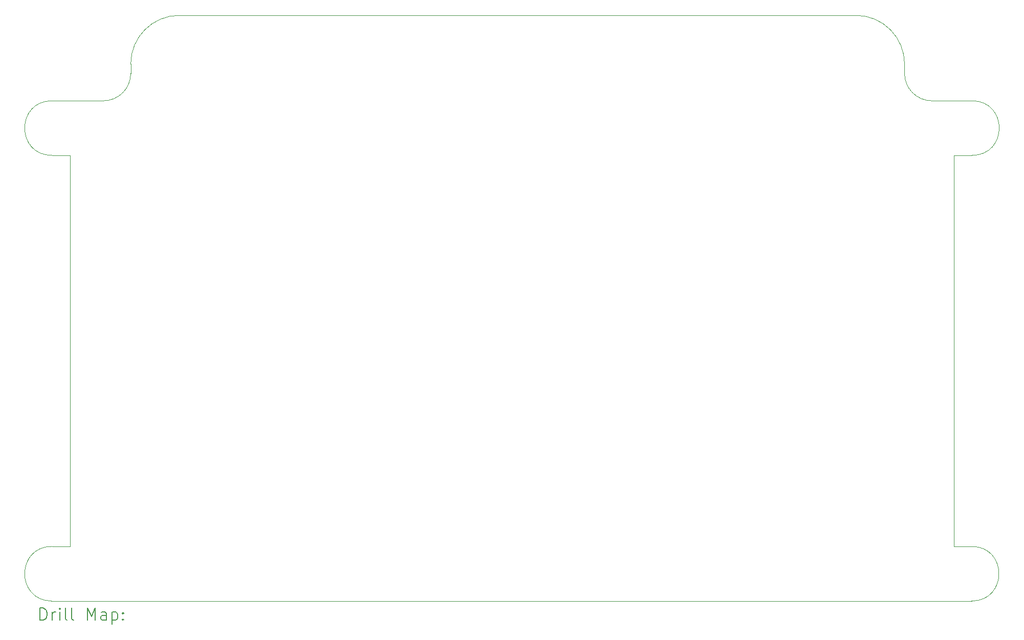
<source format=gbr>
%TF.GenerationSoftware,KiCad,Pcbnew,8.0.7*%
%TF.CreationDate,2024-12-10T19:07:20+08:00*%
%TF.ProjectId,RangkaianOpAmp,52616e67-6b61-4696-916e-4f70416d702e,rev?*%
%TF.SameCoordinates,Original*%
%TF.FileFunction,Drillmap*%
%TF.FilePolarity,Positive*%
%FSLAX45Y45*%
G04 Gerber Fmt 4.5, Leading zero omitted, Abs format (unit mm)*
G04 Created by KiCad (PCBNEW 8.0.7) date 2024-12-10 19:07:20*
%MOMM*%
%LPD*%
G01*
G04 APERTURE LIST*
%ADD10C,0.100000*%
%ADD11C,0.200000*%
G04 APERTURE END LIST*
D10*
X23835360Y-12694806D02*
X23535360Y-12694806D01*
X23830280Y-6218034D02*
X23530280Y-6218034D01*
X8602980Y-6217920D02*
X8902980Y-6217920D01*
X8602980Y-12694806D02*
X8902980Y-12694806D01*
X9453880Y-5313680D02*
X8602980Y-5313680D01*
X21910040Y-3898900D02*
X10711180Y-3898900D01*
X23840440Y-5313680D02*
X23167340Y-5313680D01*
X21910040Y-3898900D02*
G75*
G02*
X22715220Y-4704080I0J-805180D01*
G01*
X23167340Y-5313680D02*
G75*
G02*
X22715220Y-4861560I0J452120D01*
G01*
X22715220Y-4704080D02*
X22715220Y-4861560D01*
X9906000Y-4704080D02*
X9906000Y-4861560D01*
X9906000Y-4861560D02*
G75*
G02*
X9453880Y-5313680I-452120J0D01*
G01*
X9906000Y-4704080D02*
G75*
G02*
X10711180Y-3898900I805180J0D01*
G01*
X8902980Y-12694806D02*
X8902980Y-6217920D01*
X8592820Y-13599160D02*
X23825200Y-13599160D01*
X23535360Y-12694806D02*
X23530280Y-6218034D01*
X8592820Y-13599160D02*
G75*
G02*
X8602980Y-12694806I10160J452120D01*
G01*
X23835360Y-12694806D02*
G75*
G02*
X23825200Y-13599160I-10160J-452120D01*
G01*
X23840440Y-5313680D02*
G75*
G02*
X23830280Y-6218034I-10160J-452120D01*
G01*
X8602980Y-6217920D02*
G75*
G02*
X8602980Y-5313680I0J452120D01*
G01*
D11*
X8406523Y-13915644D02*
X8406523Y-13715644D01*
X8406523Y-13715644D02*
X8454142Y-13715644D01*
X8454142Y-13715644D02*
X8482713Y-13725168D01*
X8482713Y-13725168D02*
X8501761Y-13744215D01*
X8501761Y-13744215D02*
X8511285Y-13763263D01*
X8511285Y-13763263D02*
X8520808Y-13801358D01*
X8520808Y-13801358D02*
X8520808Y-13829929D01*
X8520808Y-13829929D02*
X8511285Y-13868025D01*
X8511285Y-13868025D02*
X8501761Y-13887072D01*
X8501761Y-13887072D02*
X8482713Y-13906120D01*
X8482713Y-13906120D02*
X8454142Y-13915644D01*
X8454142Y-13915644D02*
X8406523Y-13915644D01*
X8606523Y-13915644D02*
X8606523Y-13782310D01*
X8606523Y-13820406D02*
X8616047Y-13801358D01*
X8616047Y-13801358D02*
X8625570Y-13791834D01*
X8625570Y-13791834D02*
X8644618Y-13782310D01*
X8644618Y-13782310D02*
X8663666Y-13782310D01*
X8730332Y-13915644D02*
X8730332Y-13782310D01*
X8730332Y-13715644D02*
X8720808Y-13725168D01*
X8720808Y-13725168D02*
X8730332Y-13734691D01*
X8730332Y-13734691D02*
X8739856Y-13725168D01*
X8739856Y-13725168D02*
X8730332Y-13715644D01*
X8730332Y-13715644D02*
X8730332Y-13734691D01*
X8854142Y-13915644D02*
X8835094Y-13906120D01*
X8835094Y-13906120D02*
X8825570Y-13887072D01*
X8825570Y-13887072D02*
X8825570Y-13715644D01*
X8958904Y-13915644D02*
X8939856Y-13906120D01*
X8939856Y-13906120D02*
X8930332Y-13887072D01*
X8930332Y-13887072D02*
X8930332Y-13715644D01*
X9187475Y-13915644D02*
X9187475Y-13715644D01*
X9187475Y-13715644D02*
X9254142Y-13858501D01*
X9254142Y-13858501D02*
X9320808Y-13715644D01*
X9320808Y-13715644D02*
X9320808Y-13915644D01*
X9501761Y-13915644D02*
X9501761Y-13810882D01*
X9501761Y-13810882D02*
X9492237Y-13791834D01*
X9492237Y-13791834D02*
X9473189Y-13782310D01*
X9473189Y-13782310D02*
X9435094Y-13782310D01*
X9435094Y-13782310D02*
X9416047Y-13791834D01*
X9501761Y-13906120D02*
X9482713Y-13915644D01*
X9482713Y-13915644D02*
X9435094Y-13915644D01*
X9435094Y-13915644D02*
X9416047Y-13906120D01*
X9416047Y-13906120D02*
X9406523Y-13887072D01*
X9406523Y-13887072D02*
X9406523Y-13868025D01*
X9406523Y-13868025D02*
X9416047Y-13848977D01*
X9416047Y-13848977D02*
X9435094Y-13839453D01*
X9435094Y-13839453D02*
X9482713Y-13839453D01*
X9482713Y-13839453D02*
X9501761Y-13829929D01*
X9596999Y-13782310D02*
X9596999Y-13982310D01*
X9596999Y-13791834D02*
X9616047Y-13782310D01*
X9616047Y-13782310D02*
X9654142Y-13782310D01*
X9654142Y-13782310D02*
X9673189Y-13791834D01*
X9673189Y-13791834D02*
X9682713Y-13801358D01*
X9682713Y-13801358D02*
X9692237Y-13820406D01*
X9692237Y-13820406D02*
X9692237Y-13877548D01*
X9692237Y-13877548D02*
X9682713Y-13896596D01*
X9682713Y-13896596D02*
X9673189Y-13906120D01*
X9673189Y-13906120D02*
X9654142Y-13915644D01*
X9654142Y-13915644D02*
X9616047Y-13915644D01*
X9616047Y-13915644D02*
X9596999Y-13906120D01*
X9777951Y-13896596D02*
X9787475Y-13906120D01*
X9787475Y-13906120D02*
X9777951Y-13915644D01*
X9777951Y-13915644D02*
X9768428Y-13906120D01*
X9768428Y-13906120D02*
X9777951Y-13896596D01*
X9777951Y-13896596D02*
X9777951Y-13915644D01*
X9777951Y-13791834D02*
X9787475Y-13801358D01*
X9787475Y-13801358D02*
X9777951Y-13810882D01*
X9777951Y-13810882D02*
X9768428Y-13801358D01*
X9768428Y-13801358D02*
X9777951Y-13791834D01*
X9777951Y-13791834D02*
X9777951Y-13810882D01*
M02*

</source>
